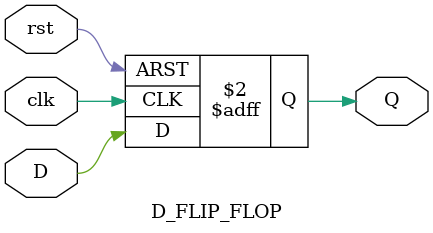
<source format=v>
module D_FLIP_FLOP(
    input  wire clk, rst, D,
    output reg  Q
);
    always @(posedge clk or posedge rst) begin
        if (rst)
            Q <= 1'b0;   // Reset
        else
            Q <= D;      // Capture D at clock edge
    end
endmodule

</source>
